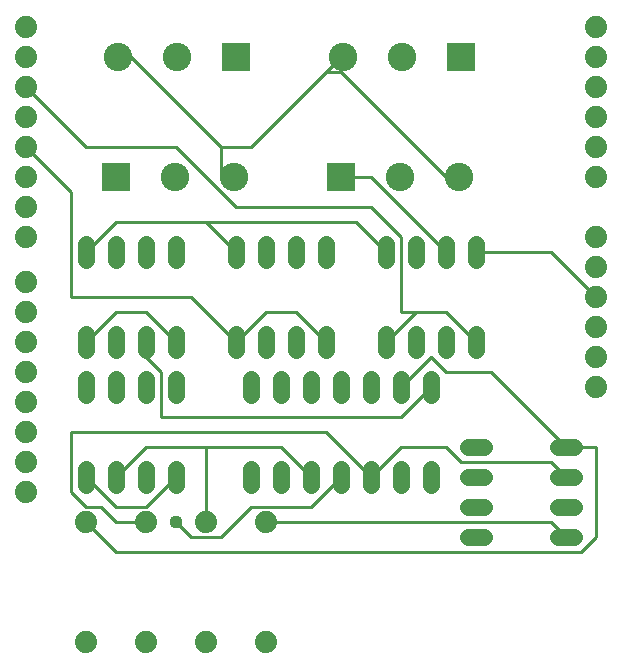
<source format=gbl>
G75*
G70*
%OFA0B0*%
%FSLAX24Y24*%
%IPPOS*%
%LPD*%
%AMOC8*
5,1,8,0,0,1.08239X$1,22.5*
%
%ADD10C,0.0740*%
%ADD11C,0.0560*%
%ADD12R,0.0950X0.0950*%
%ADD13C,0.0950*%
%ADD14C,0.0100*%
%ADD15C,0.0440*%
D10*
X003500Y007252D03*
X005500Y007252D03*
X007500Y007252D03*
X009500Y007252D03*
X009500Y011252D03*
X007500Y011252D03*
X005500Y011252D03*
X003500Y011252D03*
X001500Y012252D03*
X001500Y013252D03*
X001500Y014252D03*
X001500Y015252D03*
X001500Y016252D03*
X001500Y017252D03*
X001500Y018252D03*
X001500Y019252D03*
X001500Y020752D03*
X001500Y021752D03*
X001500Y022752D03*
X001500Y023752D03*
X001500Y024752D03*
X001500Y025752D03*
X001500Y026752D03*
X001500Y027752D03*
X020500Y027752D03*
X020500Y026752D03*
X020500Y025752D03*
X020500Y024752D03*
X020500Y023752D03*
X020500Y022752D03*
X020500Y020752D03*
X020500Y019752D03*
X020500Y018752D03*
X020500Y017752D03*
X020500Y016752D03*
X020500Y015752D03*
D11*
X019780Y013752D02*
X019220Y013752D01*
X019220Y012752D02*
X019780Y012752D01*
X019780Y011752D02*
X019220Y011752D01*
X019220Y010752D02*
X019780Y010752D01*
X016780Y010752D02*
X016220Y010752D01*
X016220Y011752D02*
X016780Y011752D01*
X016780Y012752D02*
X016220Y012752D01*
X016220Y013752D02*
X016780Y013752D01*
X015000Y013032D02*
X015000Y012472D01*
X014000Y012472D02*
X014000Y013032D01*
X013000Y013032D02*
X013000Y012472D01*
X012000Y012472D02*
X012000Y013032D01*
X011000Y013032D02*
X011000Y012472D01*
X010000Y012472D02*
X010000Y013032D01*
X009000Y013032D02*
X009000Y012472D01*
X009000Y015472D02*
X009000Y016032D01*
X008500Y016972D02*
X008500Y017532D01*
X009500Y017532D02*
X009500Y016972D01*
X010000Y016032D02*
X010000Y015472D01*
X011000Y015472D02*
X011000Y016032D01*
X010500Y016972D02*
X010500Y017532D01*
X011500Y017532D02*
X011500Y016972D01*
X012000Y016032D02*
X012000Y015472D01*
X013000Y015472D02*
X013000Y016032D01*
X013500Y016972D02*
X013500Y017532D01*
X014500Y017532D02*
X014500Y016972D01*
X014000Y016032D02*
X014000Y015472D01*
X015000Y015472D02*
X015000Y016032D01*
X015500Y016972D02*
X015500Y017532D01*
X016500Y017532D02*
X016500Y016972D01*
X016500Y019972D02*
X016500Y020532D01*
X015500Y020532D02*
X015500Y019972D01*
X014500Y019972D02*
X014500Y020532D01*
X013500Y020532D02*
X013500Y019972D01*
X011500Y019972D02*
X011500Y020532D01*
X010500Y020532D02*
X010500Y019972D01*
X009500Y019972D02*
X009500Y020532D01*
X008500Y020532D02*
X008500Y019972D01*
X006500Y019972D02*
X006500Y020532D01*
X005500Y020532D02*
X005500Y019972D01*
X004500Y019972D02*
X004500Y020532D01*
X003500Y020532D02*
X003500Y019972D01*
X003500Y017532D02*
X003500Y016972D01*
X003500Y016032D02*
X003500Y015472D01*
X004500Y015472D02*
X004500Y016032D01*
X004500Y016972D02*
X004500Y017532D01*
X005500Y017532D02*
X005500Y016972D01*
X005500Y016032D02*
X005500Y015472D01*
X006500Y015472D02*
X006500Y016032D01*
X006500Y016972D02*
X006500Y017532D01*
X006500Y013032D02*
X006500Y012472D01*
X005500Y012472D02*
X005500Y013032D01*
X004500Y013032D02*
X004500Y012472D01*
X003500Y012472D02*
X003500Y013032D01*
D12*
X004500Y022752D03*
X008500Y026752D03*
X012000Y022752D03*
X016000Y026752D03*
D13*
X014031Y026752D03*
X012063Y026752D03*
X013969Y022752D03*
X015937Y022752D03*
X008437Y022752D03*
X006469Y022752D03*
X006531Y026752D03*
X004563Y026752D03*
D14*
X005000Y026752D01*
X008000Y023752D01*
X009000Y023752D01*
X011500Y026252D01*
X012000Y026252D01*
X015500Y022752D01*
X015937Y022752D01*
X015500Y020252D02*
X013000Y022752D01*
X012000Y022752D01*
X012500Y021252D02*
X007500Y021252D01*
X004500Y021252D01*
X003500Y020252D01*
X003000Y018752D02*
X007000Y018752D01*
X008500Y017252D01*
X009500Y018252D01*
X010500Y018252D01*
X011500Y017252D01*
X013500Y017252D02*
X014500Y018252D01*
X014000Y018252D01*
X014000Y020752D01*
X013000Y021752D01*
X008500Y021752D01*
X006500Y023752D01*
X003500Y023752D01*
X001500Y025752D01*
X001500Y023752D02*
X003000Y022252D01*
X003000Y018752D01*
X004500Y018252D02*
X003500Y017252D01*
X004500Y018252D02*
X005500Y018252D01*
X006500Y017252D01*
X006000Y016252D02*
X006000Y014752D01*
X014000Y014752D01*
X015000Y015752D01*
X015500Y016252D02*
X015000Y016752D01*
X014000Y015752D01*
X014000Y013752D02*
X015500Y013752D01*
X016000Y013252D01*
X019000Y013252D01*
X019500Y012752D01*
X019500Y013752D02*
X020500Y013752D01*
X020500Y010752D01*
X020000Y010252D01*
X004500Y010252D01*
X003500Y011252D01*
X003500Y011752D02*
X003000Y012252D01*
X003000Y014252D01*
X011500Y014252D01*
X013000Y012752D01*
X014000Y013752D01*
X015500Y016252D02*
X017000Y016252D01*
X019500Y013752D01*
X019000Y011252D02*
X009500Y011252D01*
X009000Y011752D02*
X011000Y011752D01*
X012000Y012752D01*
X011000Y012752D02*
X010000Y013752D01*
X007500Y013752D01*
X007500Y011252D01*
X008000Y010752D02*
X007000Y010752D01*
X006500Y011252D01*
X005500Y011252D02*
X004500Y011252D01*
X004000Y011752D01*
X003500Y011752D01*
X004500Y011752D02*
X003500Y012752D01*
X004500Y012752D02*
X005500Y013752D01*
X007500Y013752D01*
X006500Y012752D02*
X005500Y011752D01*
X004500Y011752D01*
X006000Y016252D02*
X005500Y016752D01*
X005500Y017252D01*
X008500Y020252D02*
X007500Y021252D01*
X008000Y022752D02*
X008437Y022752D01*
X008000Y022752D02*
X008000Y023752D01*
X011500Y026252D02*
X012000Y026752D01*
X012063Y026752D01*
X012500Y021252D02*
X013500Y020252D01*
X014500Y018252D02*
X015500Y018252D01*
X016500Y017252D01*
X016500Y020252D02*
X019000Y020252D01*
X020500Y018752D01*
X019000Y011252D02*
X019500Y010752D01*
X009000Y011752D02*
X008000Y010752D01*
D15*
X006500Y011252D03*
M02*

</source>
